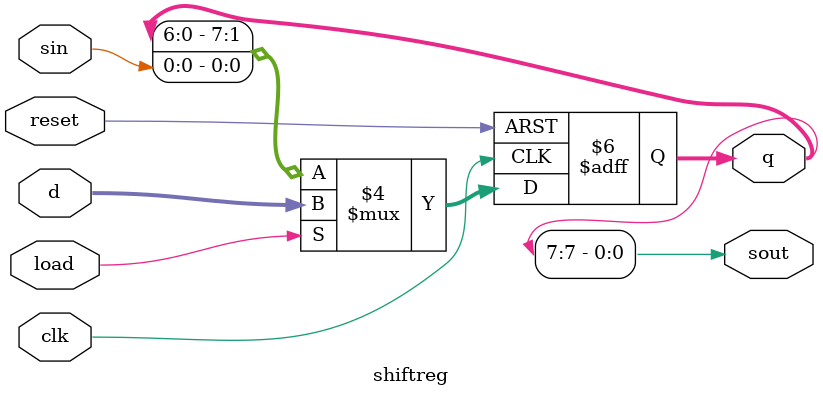
<source format=v>

module shiftreg #(parameter  N = 8)
                 (
                  input  wire clk,
                  input  wire reset,
                  input  wire load,
                  input  wire sin,
                  input  wire [N-1:0] d,
                  output reg  [N-1:0] q,
                  output wire sout
                 );

  initial begin
    q    <= 8'b00000000;
  end

  always @(posedge clk, posedge reset) begin
    if(reset) begin
      q <= 8'b00000000;
    end
    else if(load) begin
      q <= d;
    end
    else begin
      q <= {q[N-2:0], sin};
    end
  end

  assign sout = q[N-1];

endmodule
</source>
